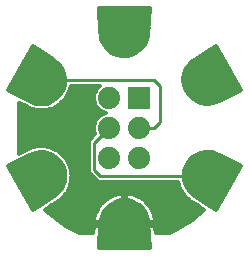
<source format=gbl>
G75*
%MOIN*%
%OFA0B0*%
%FSLAX24Y24*%
%IPPOS*%
%LPD*%
%AMOC8*
5,1,8,0,0,1.08239X$1,22.5*
%
%ADD10C,0.1266*%
%ADD11C,0.0120*%
%ADD12R,0.0740X0.0740*%
%ADD13C,0.0740*%
%ADD14C,0.0100*%
D10*
X001479Y002560D03*
X004250Y000960D03*
X007021Y002560D03*
X007021Y005760D03*
X004250Y007360D03*
X001479Y005760D03*
D11*
X000361Y002896D02*
X001211Y001424D01*
X001879Y001867D01*
X001984Y001936D01*
X002078Y002022D01*
X002156Y002121D01*
X002217Y002232D01*
X002259Y002351D01*
X002282Y002475D01*
X002284Y002602D01*
X002266Y002727D01*
X002228Y002847D01*
X002172Y002960D01*
X002099Y003062D01*
X002012Y003151D01*
X001912Y003226D01*
X001802Y003285D01*
X001684Y003326D01*
X001561Y003349D01*
X001437Y003353D01*
X001313Y003338D01*
X001192Y003305D01*
X001079Y003253D01*
X000361Y002896D01*
X000367Y002886D02*
X002209Y002886D01*
X002254Y002767D02*
X000435Y002767D01*
X000504Y002649D02*
X002278Y002649D01*
X002283Y002530D02*
X000572Y002530D01*
X000641Y002412D02*
X002270Y002412D01*
X002239Y002293D02*
X000709Y002293D01*
X000778Y002175D02*
X002185Y002175D01*
X002104Y002056D02*
X000846Y002056D01*
X000914Y001938D02*
X001986Y001938D01*
X002108Y001778D02*
X002163Y001815D01*
X002167Y001831D01*
X002183Y001833D01*
X002225Y001885D01*
X002274Y001930D01*
X002275Y001947D01*
X002291Y001952D01*
X002323Y002010D01*
X002364Y002063D01*
X002362Y002079D01*
X002377Y002087D01*
X002400Y002149D01*
X002432Y002208D01*
X002427Y002224D01*
X002441Y002233D01*
X002453Y002299D01*
X002476Y002362D01*
X002468Y002377D01*
X002480Y002389D01*
X002482Y002455D01*
X002494Y002521D01*
X002484Y002535D01*
X002494Y002548D01*
X002485Y002614D01*
X002486Y002681D01*
X002474Y002693D01*
X002482Y002708D01*
X002462Y002771D01*
X002453Y002837D01*
X002439Y002847D01*
X002444Y002863D01*
X002414Y002923D01*
X002394Y002986D01*
X002380Y002994D01*
X002382Y003009D01*
X002343Y003064D01*
X002313Y003124D01*
X002300Y003128D01*
X002300Y003142D01*
X002253Y003190D01*
X002214Y003245D01*
X002200Y003248D01*
X002198Y003261D01*
X002144Y003302D01*
X002097Y003350D01*
X002083Y003350D01*
X002079Y003363D01*
X002020Y003395D01*
X001966Y003436D01*
X001952Y003434D01*
X001946Y003446D01*
X001883Y003468D01*
X001823Y003500D01*
X001810Y003496D01*
X001802Y003508D01*
X001736Y003520D01*
X001672Y003542D01*
X001660Y003537D01*
X001651Y003547D01*
X001583Y003549D01*
X001517Y003561D01*
X001505Y003553D01*
X001495Y003562D01*
X001428Y003554D01*
X001360Y003556D01*
X001350Y003547D01*
X001338Y003553D01*
X001273Y003535D01*
X001206Y003527D01*
X001198Y003516D01*
X001185Y003521D01*
X001124Y003493D01*
X001059Y003475D01*
X001052Y003463D01*
X000993Y003433D01*
X000920Y003401D01*
X000919Y003397D01*
X000750Y003313D01*
X000750Y005007D01*
X000989Y004888D01*
X001044Y004861D01*
X001052Y004844D01*
X001116Y004824D01*
X001175Y004794D01*
X001191Y004800D01*
X001202Y004786D01*
X001268Y004777D01*
X001331Y004757D01*
X001346Y004764D01*
X001358Y004753D01*
X001425Y004754D01*
X001491Y004745D01*
X001504Y004755D01*
X001518Y004745D01*
X001584Y004757D01*
X001650Y004758D01*
X001662Y004770D01*
X001677Y004763D01*
X001740Y004786D01*
X001805Y004798D01*
X001815Y004811D01*
X001831Y004807D01*
X001889Y004839D01*
X001952Y004861D01*
X001959Y004877D01*
X001976Y004875D01*
X002028Y004916D01*
X002087Y004948D01*
X002091Y004964D01*
X002108Y004965D01*
X002153Y005014D01*
X002206Y005055D01*
X002208Y005072D01*
X002224Y005075D01*
X002261Y005131D01*
X002306Y005180D01*
X002305Y005196D01*
X002319Y005202D01*
X002347Y005263D01*
X002384Y005320D01*
X002381Y005333D01*
X002393Y005340D01*
X002412Y005405D01*
X002440Y005466D01*
X002435Y005479D01*
X002446Y005488D01*
X002454Y005555D01*
X002458Y005570D01*
X003439Y005570D01*
X003318Y005449D01*
X003240Y005261D01*
X003240Y005059D01*
X003318Y004871D01*
X003461Y004728D01*
X003624Y004660D01*
X003461Y004592D01*
X003318Y004449D01*
X003240Y004261D01*
X003240Y004059D01*
X003281Y003960D01*
X003171Y003850D01*
X003060Y003739D01*
X003060Y002681D01*
X003260Y002481D01*
X003371Y002370D01*
X006041Y002370D01*
X006039Y002366D01*
X006061Y002303D01*
X006074Y002236D01*
X006085Y002229D01*
X006081Y002216D01*
X006113Y002156D01*
X006135Y002092D01*
X006148Y002086D01*
X006146Y002073D01*
X006186Y002019D01*
X006218Y001959D01*
X006231Y001955D01*
X006231Y001942D01*
X006280Y001895D01*
X006320Y001841D01*
X006334Y001839D01*
X006336Y001825D01*
X006391Y001786D01*
X006439Y001739D01*
X006453Y001739D01*
X006508Y001702D01*
X006572Y001656D01*
X006576Y001657D01*
X006903Y001440D01*
X006460Y001056D01*
X005833Y000694D01*
X005734Y000660D01*
X005289Y000660D01*
X005274Y000900D01*
X004310Y000900D01*
X004310Y001020D01*
X005271Y001020D01*
X005261Y001128D01*
X005237Y001242D01*
X005200Y001351D01*
X005151Y001456D01*
X005090Y001555D01*
X005018Y001646D01*
X004936Y001728D01*
X004910Y001749D01*
X004845Y001800D01*
X004814Y001819D01*
X006345Y001819D01*
X006236Y001938D02*
X004560Y001938D01*
X004532Y001947D02*
X004597Y001925D01*
X004641Y001910D01*
X004642Y001910D01*
X004709Y001878D01*
X004746Y001861D01*
X004746Y001861D01*
X004814Y001819D01*
X004845Y001800D02*
X004845Y001800D01*
X004936Y001728D02*
X004936Y001728D01*
X004936Y001728D01*
X004963Y001701D02*
X006511Y001701D01*
X006621Y001867D02*
X007289Y001424D01*
X008139Y002896D01*
X007421Y003253D01*
X007308Y003310D01*
X007188Y003348D01*
X007063Y003366D01*
X006936Y003363D01*
X006812Y003341D01*
X006693Y003298D01*
X006582Y003237D01*
X006483Y003159D01*
X006398Y003066D01*
X006328Y002960D01*
X006277Y002846D01*
X006243Y002726D01*
X006228Y002602D01*
X006232Y002477D01*
X006255Y002355D01*
X006296Y002237D01*
X006355Y002127D01*
X006430Y002027D01*
X006520Y001940D01*
X006621Y001867D01*
X006694Y001819D02*
X007517Y001819D01*
X007449Y001701D02*
X006872Y001701D01*
X007051Y001582D02*
X007380Y001582D01*
X007312Y001464D02*
X007229Y001464D01*
X006868Y001464D02*
X005147Y001464D01*
X005202Y001345D02*
X006793Y001345D01*
X006656Y001227D02*
X005240Y001227D01*
X005263Y001108D02*
X006519Y001108D01*
X006344Y000990D02*
X004310Y000990D01*
X004310Y001020D02*
X004190Y001020D01*
X004190Y001979D01*
X004184Y001979D01*
X004063Y001962D01*
X003945Y001931D01*
X003831Y001886D01*
X003724Y001829D01*
X003724Y001829D01*
X003624Y001759D01*
X003624Y001759D01*
X003532Y001678D01*
X003532Y001678D01*
X003532Y001678D01*
X003516Y001660D01*
X003451Y001586D01*
X003436Y001565D01*
X003381Y001486D01*
X003367Y001460D01*
X003324Y001379D01*
X003324Y001379D01*
X003311Y001346D01*
X003279Y001265D01*
X003279Y001265D01*
X003268Y001224D01*
X003248Y001147D01*
X003248Y001147D01*
X003241Y001094D01*
X003231Y001026D01*
X003231Y001026D01*
X003231Y001020D01*
X004190Y001020D01*
X004190Y000900D01*
X003226Y000900D01*
X003212Y000660D01*
X002784Y000660D01*
X002345Y000860D01*
X001755Y001281D01*
X001601Y001443D01*
X001989Y001700D01*
X002040Y001734D01*
X002059Y001733D01*
X002108Y001778D01*
X002164Y001819D02*
X003710Y001819D01*
X003831Y001886D02*
X003831Y001886D01*
X003945Y001931D02*
X003945Y001931D01*
X003970Y001938D02*
X002274Y001938D01*
X002359Y002056D02*
X006158Y002056D01*
X006103Y002175D02*
X002414Y002175D01*
X002452Y002293D02*
X006063Y002293D01*
X006277Y002293D02*
X007791Y002293D01*
X007859Y002412D02*
X006244Y002412D01*
X006230Y002530D02*
X007928Y002530D01*
X007996Y002649D02*
X006234Y002649D01*
X006254Y002767D02*
X008065Y002767D01*
X008133Y002886D02*
X006295Y002886D01*
X006357Y003004D02*
X007922Y003004D01*
X007684Y003123D02*
X006450Y003123D01*
X006590Y003241D02*
X007445Y003241D01*
X007106Y003360D02*
X006916Y003360D01*
X006330Y002175D02*
X007722Y002175D01*
X007654Y002056D02*
X006409Y002056D01*
X006523Y001938D02*
X007586Y001938D01*
X006689Y001582D02*
X005069Y001582D01*
X004903Y001435D02*
X004821Y001531D01*
X004725Y001613D01*
X004617Y001679D01*
X004500Y001725D01*
X004376Y001753D01*
X004250Y001760D01*
X004126Y001748D01*
X004005Y001717D01*
X003890Y001668D01*
X003784Y001602D01*
X003689Y001521D01*
X003608Y001426D01*
X003542Y001320D01*
X003493Y001205D01*
X003462Y001084D01*
X003450Y000960D01*
X003400Y000160D01*
X005100Y000160D01*
X003400Y000160D01*
X003407Y000279D02*
X005093Y000279D01*
X005085Y000397D02*
X003415Y000397D01*
X003422Y000516D02*
X005078Y000516D01*
X005070Y000634D02*
X003430Y000634D01*
X003437Y000753D02*
X005063Y000753D01*
X005056Y000871D02*
X003444Y000871D01*
X003453Y000990D02*
X005048Y000990D01*
X005050Y000960D02*
X005043Y001086D01*
X005015Y001210D01*
X004969Y001327D01*
X004903Y001435D01*
X004879Y001464D02*
X003640Y001464D01*
X003557Y001345D02*
X004958Y001345D01*
X005009Y001227D02*
X003502Y001227D01*
X003468Y001108D02*
X005038Y001108D01*
X005050Y000960D02*
X005100Y000160D01*
X005283Y000753D02*
X005934Y000753D01*
X006139Y000871D02*
X005276Y000871D01*
X004762Y001582D02*
X003760Y001582D01*
X003558Y001701D02*
X001989Y001701D01*
X001811Y001582D02*
X003448Y001582D01*
X003451Y001586D02*
X003451Y001586D01*
X003381Y001486D02*
X003381Y001486D01*
X003369Y001464D02*
X001632Y001464D01*
X001694Y001345D02*
X003310Y001345D01*
X003269Y001227D02*
X001831Y001227D01*
X001997Y001108D02*
X003243Y001108D01*
X003224Y000871D02*
X002330Y000871D01*
X002164Y000990D02*
X004190Y000990D01*
X004190Y001108D02*
X004310Y001108D01*
X004310Y001020D02*
X004310Y001981D01*
X004418Y001971D01*
X004418Y001971D01*
X004477Y001959D01*
X004532Y001947D01*
X004532Y001947D01*
X004310Y001938D02*
X004190Y001938D01*
X004184Y001979D02*
X004184Y001979D01*
X004063Y001962D02*
X004063Y001962D01*
X004190Y001819D02*
X004310Y001819D01*
X004310Y001701D02*
X004190Y001701D01*
X004190Y001582D02*
X004310Y001582D01*
X004310Y001464D02*
X004190Y001464D01*
X004190Y001345D02*
X004310Y001345D01*
X004310Y001227D02*
X004190Y001227D01*
X003966Y001701D02*
X004562Y001701D01*
X003330Y002412D02*
X002481Y002412D01*
X002487Y002530D02*
X003211Y002530D01*
X003093Y002649D02*
X002485Y002649D01*
X002463Y002767D02*
X003060Y002767D01*
X003060Y002886D02*
X002433Y002886D01*
X002382Y003004D02*
X003060Y003004D01*
X003060Y003123D02*
X002314Y003123D01*
X002217Y003241D02*
X003060Y003241D01*
X003060Y003360D02*
X002080Y003360D01*
X001884Y003241D02*
X001055Y003241D01*
X000844Y003360D02*
X000750Y003360D01*
X000750Y003478D02*
X001070Y003478D01*
X000750Y003597D02*
X003060Y003597D01*
X003060Y003715D02*
X000750Y003715D01*
X000750Y003834D02*
X003155Y003834D01*
X003273Y003952D02*
X000750Y003952D01*
X000750Y004071D02*
X003240Y004071D01*
X003240Y004189D02*
X000750Y004189D01*
X000750Y004308D02*
X003259Y004308D01*
X003308Y004426D02*
X000750Y004426D01*
X000750Y004545D02*
X003413Y004545D01*
X003617Y004663D02*
X000750Y004663D01*
X000750Y004782D02*
X001234Y004782D01*
X001312Y004972D02*
X001437Y004954D01*
X001564Y004957D01*
X001688Y004979D01*
X001807Y005022D01*
X001918Y005083D01*
X002017Y005161D01*
X002102Y005254D01*
X002172Y005360D01*
X002223Y005474D01*
X002257Y005594D01*
X002272Y005718D01*
X002268Y005843D01*
X002245Y005965D01*
X002204Y006083D01*
X002145Y006193D01*
X002070Y006293D01*
X001980Y006380D01*
X001879Y006453D01*
X001211Y006896D01*
X000361Y005424D01*
X001079Y005067D01*
X001192Y005010D01*
X001312Y004972D01*
X001175Y005019D02*
X001797Y005019D01*
X001986Y005137D02*
X000938Y005137D01*
X000966Y004900D02*
X000750Y004900D01*
X000700Y005256D02*
X002103Y005256D01*
X002178Y005374D02*
X000461Y005374D01*
X000401Y005493D02*
X002229Y005493D01*
X002259Y005611D02*
X000469Y005611D01*
X000537Y005730D02*
X002272Y005730D01*
X002267Y005848D02*
X000606Y005848D01*
X000674Y005967D02*
X002245Y005967D01*
X002203Y006085D02*
X000743Y006085D01*
X000811Y006204D02*
X002137Y006204D01*
X002040Y006322D02*
X000879Y006322D01*
X000948Y006441D02*
X001896Y006441D01*
X001719Y006559D02*
X001016Y006559D01*
X001085Y006678D02*
X001540Y006678D01*
X001362Y006796D02*
X001153Y006796D01*
X002446Y005493D02*
X003361Y005493D01*
X003287Y005374D02*
X002403Y005374D01*
X002344Y005256D02*
X003240Y005256D01*
X003240Y005137D02*
X002266Y005137D01*
X002159Y005019D02*
X003257Y005019D01*
X003306Y004900D02*
X002008Y004900D01*
X001728Y004782D02*
X003407Y004782D01*
X003060Y003478D02*
X001865Y003478D01*
X002039Y003123D02*
X000816Y003123D01*
X000578Y003004D02*
X002140Y003004D01*
X001806Y001819D02*
X000983Y001819D01*
X001051Y001701D02*
X001628Y001701D01*
X001449Y001582D02*
X001120Y001582D01*
X001188Y001464D02*
X001271Y001464D01*
X002581Y000753D02*
X003218Y000753D01*
X006816Y004994D02*
X006939Y004971D01*
X007063Y004967D01*
X007187Y004982D01*
X007308Y005015D01*
X007421Y005067D01*
X008139Y005424D01*
X007289Y006896D01*
X006621Y006453D01*
X006516Y006384D01*
X006422Y006298D01*
X006344Y006199D01*
X006283Y006088D01*
X006241Y005969D01*
X006218Y005845D01*
X006216Y005718D01*
X006234Y005593D01*
X006272Y005473D01*
X006328Y005360D01*
X006401Y005258D01*
X006488Y005169D01*
X006588Y005094D01*
X006698Y005035D01*
X006816Y004994D01*
X006745Y005019D02*
X007314Y005019D01*
X007562Y005137D02*
X006531Y005137D01*
X006404Y005256D02*
X007800Y005256D01*
X008039Y005374D02*
X006321Y005374D01*
X006265Y005493D02*
X008099Y005493D01*
X008031Y005611D02*
X006231Y005611D01*
X006216Y005730D02*
X007963Y005730D01*
X007894Y005848D02*
X006219Y005848D01*
X006240Y005967D02*
X007826Y005967D01*
X007757Y006085D02*
X006282Y006085D01*
X006348Y006204D02*
X007689Y006204D01*
X007621Y006322D02*
X006448Y006322D01*
X006603Y006441D02*
X007552Y006441D01*
X007484Y006559D02*
X006781Y006559D01*
X006960Y006678D02*
X007415Y006678D01*
X007347Y006796D02*
X007138Y006796D01*
X005038Y007236D02*
X005050Y007360D01*
X005100Y008160D01*
X003400Y008160D01*
X003450Y007360D01*
X003457Y007234D01*
X003485Y007110D01*
X003531Y006993D01*
X003597Y006885D01*
X003679Y006789D01*
X003775Y006707D01*
X003883Y006641D01*
X004000Y006595D01*
X004124Y006567D01*
X004250Y006560D01*
X004374Y006572D01*
X004495Y006603D01*
X004610Y006652D01*
X004716Y006718D01*
X004811Y006799D01*
X004892Y006894D01*
X004958Y007000D01*
X005007Y007115D01*
X005038Y007236D01*
X005041Y007270D02*
X003455Y007270D01*
X003448Y007389D02*
X005052Y007389D01*
X005059Y007507D02*
X003441Y007507D01*
X003433Y007626D02*
X005067Y007626D01*
X005074Y007744D02*
X003426Y007744D01*
X003419Y007863D02*
X005081Y007863D01*
X005089Y007981D02*
X003411Y007981D01*
X003404Y008100D02*
X005096Y008100D01*
X005016Y007152D02*
X003475Y007152D01*
X003516Y007033D02*
X004972Y007033D01*
X004905Y006915D02*
X003579Y006915D01*
X003672Y006796D02*
X004807Y006796D01*
X004651Y006678D02*
X003823Y006678D01*
D12*
X004750Y005160D03*
D13*
X004750Y004160D03*
X003750Y004160D03*
X003750Y005160D03*
X003750Y003160D03*
X004750Y003160D03*
D14*
X004750Y004160D02*
X005250Y004160D01*
X005450Y004360D01*
X005450Y005560D01*
X005250Y005760D01*
X001479Y005760D01*
X003250Y003660D02*
X003250Y002760D01*
X003450Y002560D01*
X007021Y002560D01*
X003750Y004160D02*
X003250Y003660D01*
M02*

</source>
